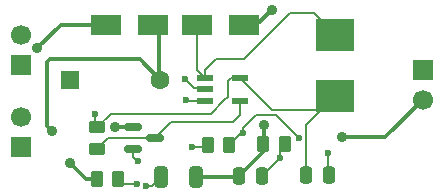
<source format=gtl>
%TF.GenerationSoftware,KiCad,Pcbnew,9.0.1*%
%TF.CreationDate,2025-08-14T16:00:01+05:30*%
%TF.ProjectId,TinySolarSupply,54696e79-536f-46c6-9172-537570706c79,rev?*%
%TF.SameCoordinates,Original*%
%TF.FileFunction,Copper,L1,Top*%
%TF.FilePolarity,Positive*%
%FSLAX46Y46*%
G04 Gerber Fmt 4.6, Leading zero omitted, Abs format (unit mm)*
G04 Created by KiCad (PCBNEW 9.0.1) date 2025-08-14 16:00:01*
%MOMM*%
%LPD*%
G01*
G04 APERTURE LIST*
G04 Aperture macros list*
%AMRoundRect*
0 Rectangle with rounded corners*
0 $1 Rounding radius*
0 $2 $3 $4 $5 $6 $7 $8 $9 X,Y pos of 4 corners*
0 Add a 4 corners polygon primitive as box body*
4,1,4,$2,$3,$4,$5,$6,$7,$8,$9,$2,$3,0*
0 Add four circle primitives for the rounded corners*
1,1,$1+$1,$2,$3*
1,1,$1+$1,$4,$5*
1,1,$1+$1,$6,$7*
1,1,$1+$1,$8,$9*
0 Add four rect primitives between the rounded corners*
20,1,$1+$1,$2,$3,$4,$5,0*
20,1,$1+$1,$4,$5,$6,$7,0*
20,1,$1+$1,$6,$7,$8,$9,0*
20,1,$1+$1,$8,$9,$2,$3,0*%
G04 Aperture macros list end*
%TA.AperFunction,SMDPad,CuDef*%
%ADD10RoundRect,0.250000X-0.450000X0.262500X-0.450000X-0.262500X0.450000X-0.262500X0.450000X0.262500X0*%
%TD*%
%TA.AperFunction,SMDPad,CuDef*%
%ADD11R,2.500000X1.700000*%
%TD*%
%TA.AperFunction,ComponentPad*%
%ADD12R,1.700000X1.700000*%
%TD*%
%TA.AperFunction,ComponentPad*%
%ADD13C,1.700000*%
%TD*%
%TA.AperFunction,SMDPad,CuDef*%
%ADD14R,1.384300X0.558800*%
%TD*%
%TA.AperFunction,SMDPad,CuDef*%
%ADD15RoundRect,0.250000X-0.262500X-0.450000X0.262500X-0.450000X0.262500X0.450000X-0.262500X0.450000X0*%
%TD*%
%TA.AperFunction,SMDPad,CuDef*%
%ADD16RoundRect,0.250000X-0.250000X-0.475000X0.250000X-0.475000X0.250000X0.475000X-0.250000X0.475000X0*%
%TD*%
%TA.AperFunction,SMDPad,CuDef*%
%ADD17R,3.302000X2.667000*%
%TD*%
%TA.AperFunction,ComponentPad*%
%ADD18RoundRect,0.250000X-0.550000X-0.550000X0.550000X-0.550000X0.550000X0.550000X-0.550000X0.550000X0*%
%TD*%
%TA.AperFunction,ComponentPad*%
%ADD19C,1.600000*%
%TD*%
%TA.AperFunction,SMDPad,CuDef*%
%ADD20RoundRect,0.250000X0.325000X0.650000X-0.325000X0.650000X-0.325000X-0.650000X0.325000X-0.650000X0*%
%TD*%
%TA.AperFunction,SMDPad,CuDef*%
%ADD21RoundRect,0.150000X-0.587500X-0.150000X0.587500X-0.150000X0.587500X0.150000X-0.587500X0.150000X0*%
%TD*%
%TA.AperFunction,ViaPad*%
%ADD22C,0.600000*%
%TD*%
%TA.AperFunction,ViaPad*%
%ADD23C,0.900000*%
%TD*%
%TA.AperFunction,Conductor*%
%ADD24C,0.200000*%
%TD*%
%TA.AperFunction,Conductor*%
%ADD25C,0.350000*%
%TD*%
G04 APERTURE END LIST*
D10*
%TO.P,R3,1*%
%TO.N,Net-(J3-Pin_1)*%
X107975400Y-111076100D03*
%TO.P,R3,2*%
%TO.N,Net-(Q1-D)*%
X107975400Y-112901100D03*
%TD*%
D11*
%TO.P,D1,A*%
%TO.N,Net-(U1-SW)*%
X116414800Y-102374900D03*
%TO.P,D1,K*%
%TO.N,/OUT_P*%
X120414800Y-102374900D03*
%TD*%
D12*
%TO.P,J2,1,Pin_1*%
%TO.N,/BAT_P*%
X101489200Y-112704800D03*
D13*
%TO.P,J2,2,Pin_2*%
%TO.N,GNDD*%
X101489200Y-110164800D03*
%TD*%
D14*
%TO.P,U1,1,SW*%
%TO.N,Net-(U1-SW)*%
X117100350Y-106898399D03*
%TO.P,U1,2,GND*%
%TO.N,GNDD*%
X117100350Y-107848400D03*
%TO.P,U1,3,FB*%
%TO.N,Net-(U1-FB)*%
X117100350Y-108798401D03*
%TO.P,U1,4,SHDN*%
%TO.N,Net-(Q1-D)*%
X120034050Y-108798401D03*
%TO.P,U1,5,VIN*%
%TO.N,Net-(J3-Pin_1)*%
X120034050Y-106898399D03*
%TD*%
D12*
%TO.P,J1,1,Pin_1*%
%TO.N,GNDD*%
X135543600Y-106167000D03*
D13*
%TO.P,J1,2,Pin_2*%
%TO.N,/OUT_P*%
X135543600Y-108707000D03*
%TD*%
D15*
%TO.P,R4,1*%
%TO.N,/SOLAR_P*%
X107951900Y-115439800D03*
%TO.P,R4,2*%
%TO.N,GNDD*%
X109776900Y-115439800D03*
%TD*%
D11*
%TO.P,D2,A*%
%TO.N,/SOLAR_P*%
X108684400Y-102374900D03*
%TO.P,D2,K*%
%TO.N,/BAT_P*%
X112684400Y-102374900D03*
%TD*%
D16*
%TO.P,C3,1*%
%TO.N,/OUT_P*%
X120004800Y-115214400D03*
%TO.P,C3,2*%
%TO.N,Net-(U1-FB)*%
X121904800Y-115214400D03*
%TD*%
D15*
%TO.P,R2,1*%
%TO.N,Net-(U1-FB)*%
X117349900Y-112522000D03*
%TO.P,R2,2*%
%TO.N,GNDD*%
X119174900Y-112522000D03*
%TD*%
D17*
%TO.P,L1,1,1*%
%TO.N,Net-(U1-SW)*%
X128143000Y-103251000D03*
%TO.P,L1,2,2*%
%TO.N,Net-(J3-Pin_1)*%
X128143000Y-108381800D03*
%TD*%
D12*
%TO.P,J4,1,Pin_1*%
%TO.N,/SOLAR_P*%
X101514600Y-105745200D03*
D13*
%TO.P,J4,2,Pin_2*%
%TO.N,GNDD*%
X101514600Y-103205200D03*
%TD*%
D18*
%TO.P,J3,1,Pin_1*%
%TO.N,Net-(J3-Pin_1)*%
X105706500Y-107022700D03*
D19*
%TO.P,J3,2,Pin_2*%
%TO.N,/BAT_P*%
X113326500Y-107022700D03*
%TD*%
D15*
%TO.P,R1,1*%
%TO.N,/OUT_P*%
X122048900Y-112496600D03*
%TO.P,R1,2*%
%TO.N,Net-(U1-FB)*%
X123873900Y-112496600D03*
%TD*%
D16*
%TO.P,C1,1*%
%TO.N,Net-(J3-Pin_1)*%
X125694400Y-115112800D03*
%TO.P,C1,2*%
%TO.N,GNDD*%
X127594400Y-115112800D03*
%TD*%
D20*
%TO.P,C2,1*%
%TO.N,/OUT_P*%
X116308400Y-115265200D03*
%TO.P,C2,2*%
%TO.N,GNDD*%
X113358400Y-115265200D03*
%TD*%
D21*
%TO.P,Q1,1,G*%
%TO.N,/SOLAR_P*%
X111025700Y-110999100D03*
%TO.P,Q1,2,S*%
%TO.N,GNDD*%
X111025700Y-112899100D03*
%TO.P,Q1,3,D*%
%TO.N,Net-(Q1-D)*%
X112900700Y-111949100D03*
%TD*%
D22*
%TO.N,Net-(J3-Pin_1)*%
X107772200Y-109967400D03*
%TO.N,GNDD*%
X125069600Y-111963200D03*
X111302800Y-115900200D03*
X127533400Y-113233200D03*
X120345200Y-111531400D03*
X112090200Y-116014600D03*
X111455200Y-113919000D03*
X115366800Y-107010200D03*
D23*
%TO.N,/OUT_P*%
X122732800Y-101092000D03*
X122123200Y-110896400D03*
X128676400Y-111887000D03*
D22*
%TO.N,Net-(U1-FB)*%
X115468400Y-108788200D03*
X123444000Y-113690400D03*
X115976400Y-112725200D03*
D23*
%TO.N,/BAT_P*%
X104165400Y-111404400D03*
%TO.N,/SOLAR_P*%
X102891200Y-104368600D03*
X105638600Y-114046000D03*
X109499400Y-111074200D03*
%TD*%
D24*
%TO.N,Net-(J3-Pin_1)*%
X118745000Y-108779300D02*
X119040900Y-108483400D01*
X118745000Y-108788200D02*
X118745000Y-108779300D01*
X120034050Y-106898399D02*
X122748751Y-109613100D01*
X119040900Y-108483400D02*
X119040900Y-107120700D01*
X107772200Y-110872900D02*
X107975400Y-111076100D01*
X107772200Y-109967400D02*
X107772200Y-110872900D01*
X122748751Y-109613100D02*
X126911700Y-109613100D01*
X119263201Y-106898399D02*
X120034050Y-106898399D01*
X119040900Y-107120700D02*
X119263201Y-106898399D01*
X117602000Y-109931200D02*
X118745000Y-108788200D01*
X126911700Y-109613100D02*
X128143000Y-108381800D01*
X109120300Y-109931200D02*
X117602000Y-109931200D01*
X125694400Y-110830400D02*
X128143000Y-108381800D01*
X125694400Y-115112800D02*
X125694400Y-110830400D01*
X107975400Y-111076100D02*
X109120300Y-109931200D01*
%TO.N,GNDD*%
X120345200Y-111099600D02*
X121412000Y-110032800D01*
X112090200Y-116014600D02*
X112609000Y-116014600D01*
X115366800Y-107010200D02*
X116128800Y-107772200D01*
X117024150Y-107772200D02*
X117100350Y-107848400D01*
X120345200Y-111531400D02*
X120381000Y-111495600D01*
X112609000Y-116014600D02*
X113358400Y-115265200D01*
X110237300Y-115900200D02*
X109776900Y-115439800D01*
X127533400Y-115051800D02*
X127594400Y-115112800D01*
X111302800Y-115900200D02*
X110237300Y-115900200D01*
X111455200Y-113919000D02*
X111358200Y-113919000D01*
X120165500Y-111531400D02*
X119174900Y-112522000D01*
X120345200Y-111531400D02*
X120345200Y-111099600D01*
X120345200Y-111531400D02*
X120165500Y-111531400D01*
X111358200Y-113919000D02*
X111025700Y-113586500D01*
X121412000Y-110032800D02*
X123139200Y-110032800D01*
X111025700Y-113586500D02*
X111025700Y-112899100D01*
X116128800Y-107772200D02*
X117024150Y-107772200D01*
X123139200Y-110032800D02*
X125069600Y-111963200D01*
X127533400Y-113233200D02*
X127533400Y-115051800D01*
D25*
%TO.N,/OUT_P*%
X122048900Y-113170300D02*
X122048900Y-112496600D01*
X122123200Y-112422300D02*
X122048900Y-112496600D01*
X132363600Y-111887000D02*
X128676400Y-111887000D01*
X121449900Y-102374900D02*
X122732800Y-101092000D01*
X120414800Y-102374900D02*
X121449900Y-102374900D01*
X119954000Y-115265200D02*
X120004800Y-115214400D01*
X120004800Y-115214400D02*
X122048900Y-113170300D01*
X116308400Y-115265200D02*
X119954000Y-115265200D01*
X135543600Y-108707000D02*
X132363600Y-111887000D01*
X122123200Y-110896400D02*
X122123200Y-112422300D01*
D24*
%TO.N,Net-(U1-FB)*%
X115976400Y-112725200D02*
X117146700Y-112725200D01*
X123444000Y-112926500D02*
X123873900Y-112496600D01*
X123444000Y-113690400D02*
X123444000Y-112926500D01*
X117100350Y-108798401D02*
X115478601Y-108798401D01*
X115478601Y-108798401D02*
X115468400Y-108788200D01*
X123444000Y-113690400D02*
X123139200Y-113995200D01*
X123139200Y-113995200D02*
X123124000Y-113995200D01*
X117146700Y-112725200D02*
X117349900Y-112522000D01*
X123124000Y-113995200D02*
X121904800Y-115214400D01*
%TO.N,Net-(U1-SW)*%
X118008400Y-105283000D02*
X120421400Y-105283000D01*
X124307600Y-101396800D02*
X126288800Y-101396800D01*
X120421400Y-105283000D02*
X124307600Y-101396800D01*
X117100350Y-106191050D02*
X118008400Y-105283000D01*
X126288800Y-101396800D02*
X128143000Y-103251000D01*
X116414800Y-102374900D02*
X116414800Y-106212849D01*
X116414800Y-106212849D02*
X117100350Y-106898399D01*
X117100350Y-106898399D02*
X117100350Y-106191050D01*
D25*
%TO.N,/BAT_P*%
X111612200Y-105308400D02*
X113326500Y-107022700D01*
X104165400Y-111404400D02*
X103708200Y-110947200D01*
X103962200Y-105308400D02*
X111612200Y-105308400D01*
X112684400Y-102374900D02*
X113233200Y-102923700D01*
X113233200Y-106929400D02*
X113326500Y-107022700D01*
X103708200Y-105562400D02*
X103962200Y-105308400D01*
X113233200Y-102923700D02*
X113233200Y-106929400D01*
X103708200Y-110947200D02*
X103708200Y-105562400D01*
%TO.N,/SOLAR_P*%
X104884900Y-102374900D02*
X108684400Y-102374900D01*
X109574500Y-110999100D02*
X111025700Y-110999100D01*
X107951900Y-115439800D02*
X107032400Y-115439800D01*
X102891200Y-104368600D02*
X104884900Y-102374900D01*
X107032400Y-115439800D02*
X105638600Y-114046000D01*
X109499400Y-111074200D02*
X109574500Y-110999100D01*
D24*
%TO.N,Net-(Q1-D)*%
X119456200Y-110591600D02*
X120034050Y-110013750D01*
X120034050Y-110013750D02*
X120034050Y-108798401D01*
X108927400Y-111949100D02*
X112900700Y-111949100D01*
X107975400Y-112901100D02*
X108927400Y-111949100D01*
X114258200Y-110591600D02*
X119456200Y-110591600D01*
X112900700Y-111949100D02*
X114258200Y-110591600D01*
%TD*%
M02*

</source>
